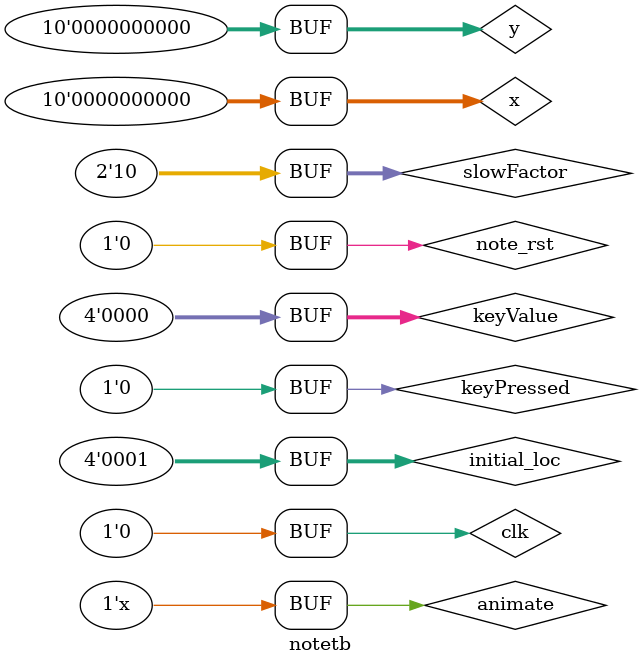
<source format=v>
`timescale 1ns / 1ps


module notetb;

	// Inputs
	reg clk;
	reg animate;
	reg note_rst;
	reg [1:0] slowFactor;
	reg [3:0] keyValue;
	reg keyPressed;
	reg [3:0] initial_loc;
	reg [9:0] x;
	reg [9:0] y;

	// Outputs
	wire noteAction;
	wire noteSuccessState;
	wire is_note;

	// Instantiate the Unit Under Test (UUT)
	note uut (
		.clk(clk), 
		.animate(animate), 
		.note_rst(note_rst), 
		.slowFactor(slowFactor), 
		.keyValue(keyValue), 
		.keyPressed(keyPressed), 
		.initial_loc(initial_loc), 
		.x(x), 
		.y(y), 
		.noteAction(noteAction), 
		.noteSuccessState(noteSuccessState), 
		.is_note(is_note)
	);

	initial begin
		// Initialize Inputs
		clk = 0;
		animate = 0;
		note_rst = 0;
		slowFactor = 2;
		keyValue = 0;
		keyPressed = 0;
		initial_loc = 4'b0001;
		x = 0;
		y = 0;

		// Wait 100 ns for global reset to finish
		#100;
        
		// Add stimulus here

	end
    
    always #100 animate = ~animate;
    
      
endmodule


</source>
